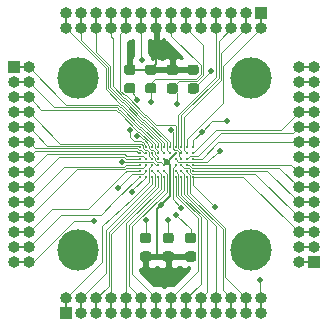
<source format=gbr>
G04 #@! TF.GenerationSoftware,KiCad,Pcbnew,(5.1.10-1-10_14)*
G04 #@! TF.CreationDate,2021-10-21T20:46:12-07:00*
G04 #@! TF.ProjectId,Caravel_breakout,43617261-7665-46c5-9f62-7265616b6f75,rev?*
G04 #@! TF.SameCoordinates,Original*
G04 #@! TF.FileFunction,Copper,L1,Top*
G04 #@! TF.FilePolarity,Positive*
%FSLAX46Y46*%
G04 Gerber Fmt 4.6, Leading zero omitted, Abs format (unit mm)*
G04 Created by KiCad (PCBNEW (5.1.10-1-10_14)) date 2021-10-21 20:46:12*
%MOMM*%
%LPD*%
G01*
G04 APERTURE LIST*
G04 #@! TA.AperFunction,ComponentPad*
%ADD10O,1.000000X1.000000*%
G04 #@! TD*
G04 #@! TA.AperFunction,ComponentPad*
%ADD11R,1.000000X1.000000*%
G04 #@! TD*
G04 #@! TA.AperFunction,SMDPad,CuDef*
%ADD12C,0.190000*%
G04 #@! TD*
G04 #@! TA.AperFunction,ComponentPad*
%ADD13C,3.500000*%
G04 #@! TD*
G04 #@! TA.AperFunction,ViaPad*
%ADD14C,0.500000*%
G04 #@! TD*
G04 #@! TA.AperFunction,Conductor*
%ADD15C,0.152400*%
G04 #@! TD*
G04 #@! TA.AperFunction,Conductor*
%ADD16C,0.101600*%
G04 #@! TD*
G04 #@! TA.AperFunction,Conductor*
%ADD17C,0.254000*%
G04 #@! TD*
G04 #@! TA.AperFunction,Conductor*
%ADD18C,0.100000*%
G04 #@! TD*
G04 APERTURE END LIST*
D10*
X124206000Y-101854000D03*
X122936000Y-101854000D03*
X124206000Y-100584000D03*
X122936000Y-100584000D03*
X124206000Y-99314000D03*
X122936000Y-99314000D03*
X124206000Y-98044000D03*
X122936000Y-98044000D03*
X124206000Y-96774000D03*
X122936000Y-96774000D03*
X124206000Y-95504000D03*
X122936000Y-95504000D03*
X124206000Y-94234000D03*
X122936000Y-94234000D03*
X124206000Y-92964000D03*
X122936000Y-92964000D03*
X124206000Y-91694000D03*
X122936000Y-91694000D03*
X124206000Y-90424000D03*
X122936000Y-90424000D03*
X124206000Y-89154000D03*
X122936000Y-89154000D03*
X124206000Y-87884000D03*
X122936000Y-87884000D03*
X124206000Y-86614000D03*
X122936000Y-86614000D03*
X124206000Y-85344000D03*
D11*
X122936000Y-85344000D03*
D12*
X138140000Y-94595000D03*
X138140000Y-94095000D03*
X138140000Y-93595000D03*
X138140000Y-93095000D03*
X138140000Y-92595000D03*
X138140000Y-92095000D03*
X137640000Y-94595000D03*
X137640000Y-94095000D03*
X137640000Y-93595000D03*
X137640000Y-93095000D03*
X137640000Y-92595000D03*
X137640000Y-92095000D03*
X137140000Y-94595000D03*
X137140000Y-94095000D03*
X137140000Y-93595000D03*
X137140000Y-93095000D03*
X137140000Y-92595000D03*
X137140000Y-92095000D03*
X136640000Y-94595000D03*
X136640000Y-94095000D03*
X136640000Y-93595000D03*
X136640000Y-93095000D03*
X136640000Y-92595000D03*
X136640000Y-92095000D03*
X136140000Y-94595000D03*
X136140000Y-94095000D03*
X136140000Y-93595000D03*
X136140000Y-93095000D03*
X136140000Y-92595000D03*
X136140000Y-92095000D03*
X135640000Y-94595000D03*
X135640000Y-94095000D03*
X135640000Y-93595000D03*
X135640000Y-93095000D03*
X135640000Y-92595000D03*
X135640000Y-92095000D03*
X135140000Y-94595000D03*
X135140000Y-94095000D03*
X135140000Y-93595000D03*
X135140000Y-93095000D03*
X135140000Y-92595000D03*
X135140000Y-92095000D03*
X134640000Y-94595000D03*
X134640000Y-94095000D03*
X134640000Y-93595000D03*
X134640000Y-93095000D03*
X134640000Y-92595000D03*
X134640000Y-92095000D03*
X134140000Y-94595000D03*
X134140000Y-94095000D03*
X134140000Y-93595000D03*
X134140000Y-93095000D03*
X134140000Y-92595000D03*
X134140000Y-92095000D03*
X133640000Y-94595000D03*
X133640000Y-94095000D03*
X133640000Y-93595000D03*
X133640000Y-93095000D03*
X133640000Y-92595000D03*
X133640000Y-92095000D03*
D13*
X128397000Y-86233000D03*
X143002000Y-86233000D03*
X143002000Y-100838000D03*
X128397000Y-100838000D03*
D10*
X147066000Y-85344000D03*
X148336000Y-85344000D03*
X147066000Y-86614000D03*
X148336000Y-86614000D03*
X147066000Y-87884000D03*
X148336000Y-87884000D03*
X147066000Y-89154000D03*
X148336000Y-89154000D03*
X147066000Y-90424000D03*
X148336000Y-90424000D03*
X147066000Y-91694000D03*
X148336000Y-91694000D03*
X147066000Y-92964000D03*
X148336000Y-92964000D03*
X147066000Y-94234000D03*
X148336000Y-94234000D03*
X147066000Y-95504000D03*
X148336000Y-95504000D03*
X147066000Y-96774000D03*
X148336000Y-96774000D03*
X147066000Y-98044000D03*
X148336000Y-98044000D03*
X147066000Y-99314000D03*
X148336000Y-99314000D03*
X147066000Y-100584000D03*
X148336000Y-100584000D03*
X147066000Y-101854000D03*
D11*
X148336000Y-101854000D03*
D10*
X143891000Y-104902000D03*
X143891000Y-106172000D03*
X142621000Y-104902000D03*
X142621000Y-106172000D03*
X141351000Y-104902000D03*
X141351000Y-106172000D03*
X140081000Y-104902000D03*
X140081000Y-106172000D03*
X138811000Y-104902000D03*
X138811000Y-106172000D03*
X137541000Y-104902000D03*
X137541000Y-106172000D03*
X136271000Y-104902000D03*
X136271000Y-106172000D03*
X135001000Y-104902000D03*
X135001000Y-106172000D03*
X133731000Y-104902000D03*
X133731000Y-106172000D03*
X132461000Y-104902000D03*
X132461000Y-106172000D03*
X131191000Y-104902000D03*
X131191000Y-106172000D03*
X129921000Y-104902000D03*
X129921000Y-106172000D03*
X128651000Y-104902000D03*
X128651000Y-106172000D03*
X127381000Y-104902000D03*
D11*
X127381000Y-106172000D03*
D10*
X127381000Y-82042000D03*
X127381000Y-80772000D03*
X128651000Y-82042000D03*
X128651000Y-80772000D03*
X129921000Y-82042000D03*
X129921000Y-80772000D03*
X131191000Y-82042000D03*
X131191000Y-80772000D03*
X132461000Y-82042000D03*
X132461000Y-80772000D03*
X133731000Y-82042000D03*
X133731000Y-80772000D03*
X135001000Y-82042000D03*
X135001000Y-80772000D03*
X136271000Y-82042000D03*
X136271000Y-80772000D03*
X137541000Y-82042000D03*
X137541000Y-80772000D03*
X138811000Y-82042000D03*
X138811000Y-80772000D03*
X140081000Y-82042000D03*
X140081000Y-80772000D03*
X141351000Y-82042000D03*
X141351000Y-80772000D03*
X142621000Y-82042000D03*
X142621000Y-80772000D03*
X143891000Y-82042000D03*
D11*
X143891000Y-80772000D03*
G04 #@! TA.AperFunction,SMDPad,CuDef*
G36*
G01*
X132509550Y-86684600D02*
X133022050Y-86684600D01*
G75*
G02*
X133240800Y-86903350I0J-218750D01*
G01*
X133240800Y-87340850D01*
G75*
G02*
X133022050Y-87559600I-218750J0D01*
G01*
X132509550Y-87559600D01*
G75*
G02*
X132290800Y-87340850I0J218750D01*
G01*
X132290800Y-86903350D01*
G75*
G02*
X132509550Y-86684600I218750J0D01*
G01*
G37*
G04 #@! TD.AperFunction*
G04 #@! TA.AperFunction,SMDPad,CuDef*
G36*
G01*
X132509550Y-85109600D02*
X133022050Y-85109600D01*
G75*
G02*
X133240800Y-85328350I0J-218750D01*
G01*
X133240800Y-85765850D01*
G75*
G02*
X133022050Y-85984600I-218750J0D01*
G01*
X132509550Y-85984600D01*
G75*
G02*
X132290800Y-85765850I0J218750D01*
G01*
X132290800Y-85328350D01*
G75*
G02*
X132509550Y-85109600I218750J0D01*
G01*
G37*
G04 #@! TD.AperFunction*
G04 #@! TA.AperFunction,SMDPad,CuDef*
G36*
G01*
X137665750Y-100934000D02*
X138178250Y-100934000D01*
G75*
G02*
X138397000Y-101152750I0J-218750D01*
G01*
X138397000Y-101590250D01*
G75*
G02*
X138178250Y-101809000I-218750J0D01*
G01*
X137665750Y-101809000D01*
G75*
G02*
X137447000Y-101590250I0J218750D01*
G01*
X137447000Y-101152750D01*
G75*
G02*
X137665750Y-100934000I218750J0D01*
G01*
G37*
G04 #@! TD.AperFunction*
G04 #@! TA.AperFunction,SMDPad,CuDef*
G36*
G01*
X137665750Y-99359000D02*
X138178250Y-99359000D01*
G75*
G02*
X138397000Y-99577750I0J-218750D01*
G01*
X138397000Y-100015250D01*
G75*
G02*
X138178250Y-100234000I-218750J0D01*
G01*
X137665750Y-100234000D01*
G75*
G02*
X137447000Y-100015250I0J218750D01*
G01*
X137447000Y-99577750D01*
G75*
G02*
X137665750Y-99359000I218750J0D01*
G01*
G37*
G04 #@! TD.AperFunction*
G04 #@! TA.AperFunction,SMDPad,CuDef*
G36*
G01*
X136113810Y-86697300D02*
X136626310Y-86697300D01*
G75*
G02*
X136845060Y-86916050I0J-218750D01*
G01*
X136845060Y-87353550D01*
G75*
G02*
X136626310Y-87572300I-218750J0D01*
G01*
X136113810Y-87572300D01*
G75*
G02*
X135895060Y-87353550I0J218750D01*
G01*
X135895060Y-86916050D01*
G75*
G02*
X136113810Y-86697300I218750J0D01*
G01*
G37*
G04 #@! TD.AperFunction*
G04 #@! TA.AperFunction,SMDPad,CuDef*
G36*
G01*
X136113810Y-85122300D02*
X136626310Y-85122300D01*
G75*
G02*
X136845060Y-85341050I0J-218750D01*
G01*
X136845060Y-85778550D01*
G75*
G02*
X136626310Y-85997300I-218750J0D01*
G01*
X136113810Y-85997300D01*
G75*
G02*
X135895060Y-85778550I0J218750D01*
G01*
X135895060Y-85341050D01*
G75*
G02*
X136113810Y-85122300I218750J0D01*
G01*
G37*
G04 #@! TD.AperFunction*
G04 #@! TA.AperFunction,SMDPad,CuDef*
G36*
G01*
X134287550Y-86684600D02*
X134800050Y-86684600D01*
G75*
G02*
X135018800Y-86903350I0J-218750D01*
G01*
X135018800Y-87340850D01*
G75*
G02*
X134800050Y-87559600I-218750J0D01*
G01*
X134287550Y-87559600D01*
G75*
G02*
X134068800Y-87340850I0J218750D01*
G01*
X134068800Y-86903350D01*
G75*
G02*
X134287550Y-86684600I218750J0D01*
G01*
G37*
G04 #@! TD.AperFunction*
G04 #@! TA.AperFunction,SMDPad,CuDef*
G36*
G01*
X134287550Y-85109600D02*
X134800050Y-85109600D01*
G75*
G02*
X135018800Y-85328350I0J-218750D01*
G01*
X135018800Y-85765850D01*
G75*
G02*
X134800050Y-85984600I-218750J0D01*
G01*
X134287550Y-85984600D01*
G75*
G02*
X134068800Y-85765850I0J218750D01*
G01*
X134068800Y-85328350D01*
G75*
G02*
X134287550Y-85109600I218750J0D01*
G01*
G37*
G04 #@! TD.AperFunction*
G04 #@! TA.AperFunction,SMDPad,CuDef*
G36*
G01*
X135760750Y-100934000D02*
X136273250Y-100934000D01*
G75*
G02*
X136492000Y-101152750I0J-218750D01*
G01*
X136492000Y-101590250D01*
G75*
G02*
X136273250Y-101809000I-218750J0D01*
G01*
X135760750Y-101809000D01*
G75*
G02*
X135542000Y-101590250I0J218750D01*
G01*
X135542000Y-101152750D01*
G75*
G02*
X135760750Y-100934000I218750J0D01*
G01*
G37*
G04 #@! TD.AperFunction*
G04 #@! TA.AperFunction,SMDPad,CuDef*
G36*
G01*
X135760750Y-99359000D02*
X136273250Y-99359000D01*
G75*
G02*
X136492000Y-99577750I0J-218750D01*
G01*
X136492000Y-100015250D01*
G75*
G02*
X136273250Y-100234000I-218750J0D01*
G01*
X135760750Y-100234000D01*
G75*
G02*
X135542000Y-100015250I0J218750D01*
G01*
X135542000Y-99577750D01*
G75*
G02*
X135760750Y-99359000I218750J0D01*
G01*
G37*
G04 #@! TD.AperFunction*
G04 #@! TA.AperFunction,SMDPad,CuDef*
G36*
G01*
X137874030Y-86697300D02*
X138386530Y-86697300D01*
G75*
G02*
X138605280Y-86916050I0J-218750D01*
G01*
X138605280Y-87353550D01*
G75*
G02*
X138386530Y-87572300I-218750J0D01*
G01*
X137874030Y-87572300D01*
G75*
G02*
X137655280Y-87353550I0J218750D01*
G01*
X137655280Y-86916050D01*
G75*
G02*
X137874030Y-86697300I218750J0D01*
G01*
G37*
G04 #@! TD.AperFunction*
G04 #@! TA.AperFunction,SMDPad,CuDef*
G36*
G01*
X137874030Y-85122300D02*
X138386530Y-85122300D01*
G75*
G02*
X138605280Y-85341050I0J-218750D01*
G01*
X138605280Y-85778550D01*
G75*
G02*
X138386530Y-85997300I-218750J0D01*
G01*
X137874030Y-85997300D01*
G75*
G02*
X137655280Y-85778550I0J218750D01*
G01*
X137655280Y-85341050D01*
G75*
G02*
X137874030Y-85122300I218750J0D01*
G01*
G37*
G04 #@! TD.AperFunction*
G04 #@! TA.AperFunction,SMDPad,CuDef*
G36*
G01*
X134368250Y-100234000D02*
X133855750Y-100234000D01*
G75*
G02*
X133637000Y-100015250I0J218750D01*
G01*
X133637000Y-99577750D01*
G75*
G02*
X133855750Y-99359000I218750J0D01*
G01*
X134368250Y-99359000D01*
G75*
G02*
X134587000Y-99577750I0J-218750D01*
G01*
X134587000Y-100015250D01*
G75*
G02*
X134368250Y-100234000I-218750J0D01*
G01*
G37*
G04 #@! TD.AperFunction*
G04 #@! TA.AperFunction,SMDPad,CuDef*
G36*
G01*
X134368250Y-101809000D02*
X133855750Y-101809000D01*
G75*
G02*
X133637000Y-101590250I0J218750D01*
G01*
X133637000Y-101152750D01*
G75*
G02*
X133855750Y-100934000I218750J0D01*
G01*
X134368250Y-100934000D01*
G75*
G02*
X134587000Y-101152750I0J-218750D01*
G01*
X134587000Y-101590250D01*
G75*
G02*
X134368250Y-101809000I-218750J0D01*
G01*
G37*
G04 #@! TD.AperFunction*
D14*
X135890000Y-93345000D03*
X135367874Y-97006254D03*
X135001000Y-84503260D03*
X134526020Y-88259920D03*
X133356184Y-91192311D03*
X133383020Y-88089740D03*
X132760652Y-90632348D03*
X132969000Y-95885000D03*
X134112000Y-98298000D03*
X132080000Y-93345000D03*
X136017000Y-98298000D03*
X139646660Y-85674200D03*
X129692400Y-98399600D03*
X131724400Y-95605600D03*
X143764000Y-103378000D03*
X136231918Y-90634828D03*
X140360400Y-92397580D03*
X137073730Y-97216004D03*
X133798130Y-84767420D03*
X136705340Y-97858580D03*
X139964160Y-97142300D03*
X138874500Y-90789760D03*
X136728200Y-88465660D03*
X141010640Y-89903300D03*
D15*
X136016900Y-101422300D02*
X136042400Y-101396800D01*
X124206000Y-90424000D02*
X123138810Y-90424000D01*
X124206000Y-89154000D02*
X123138810Y-89154000D01*
X124206000Y-87884000D02*
X123138810Y-87884000D01*
X124206000Y-86614000D02*
X123138810Y-86614000D01*
X124206000Y-85344000D02*
X123138810Y-85344000D01*
D16*
X124692446Y-85344000D02*
X124206000Y-85344000D01*
D15*
X127381000Y-82042000D02*
X127381000Y-80974810D01*
X128651000Y-82042000D02*
X128651000Y-80974810D01*
D16*
X129921000Y-82042000D02*
X129921000Y-83820000D01*
D15*
X129921000Y-82042000D02*
X129921000Y-80974810D01*
X131191000Y-82042000D02*
X131191000Y-80974810D01*
X132461000Y-82042000D02*
X132461000Y-80974810D01*
X133731000Y-82042000D02*
X133731000Y-80974810D01*
X133731000Y-104902000D02*
X133731000Y-105969190D01*
X135001000Y-82042000D02*
X135001000Y-80974810D01*
X135001000Y-104902000D02*
X135001000Y-105969190D01*
X136271000Y-82042000D02*
X136271000Y-80974810D01*
X136271000Y-104902000D02*
X136271000Y-105969190D01*
X137541000Y-82042000D02*
X137541000Y-80974810D01*
X137541000Y-104902000D02*
X137541000Y-105969190D01*
X143891000Y-82042000D02*
X143891000Y-80974810D01*
X124206000Y-101854000D02*
X123138810Y-101854000D01*
X124206000Y-100584000D02*
X123138810Y-100584000D01*
X124206000Y-99314000D02*
X123138810Y-99314000D01*
X124206000Y-98044000D02*
X123138810Y-98044000D01*
X124206000Y-96774000D02*
X123138810Y-96774000D01*
X124206000Y-95504000D02*
X123138810Y-95504000D01*
X124206000Y-94234000D02*
X123138810Y-94234000D01*
D16*
X132539764Y-94095000D02*
X132400764Y-94234000D01*
X133640000Y-94095000D02*
X132539764Y-94095000D01*
D15*
X124206000Y-92964000D02*
X123138810Y-92964000D01*
X124206000Y-91694000D02*
X123138810Y-91694000D01*
D16*
X133636000Y-93599000D02*
X133640000Y-93595000D01*
D15*
X138811000Y-82042000D02*
X138811000Y-80974810D01*
D16*
X138828828Y-82059828D02*
X138811000Y-82042000D01*
D15*
X140081000Y-82042000D02*
X140081000Y-80974810D01*
X136017000Y-101371500D02*
X137922000Y-101371500D01*
X132765800Y-85547100D02*
X134543800Y-85547100D01*
X136296300Y-85547100D02*
X136321800Y-85572600D01*
X134543800Y-85547100D02*
X136296300Y-85547100D01*
X136321800Y-85572600D02*
X138099800Y-85572600D01*
X135026500Y-101371500D02*
X136017000Y-101371500D01*
X134112000Y-101371500D02*
X135026500Y-101371500D01*
X136140000Y-93595000D02*
X136140000Y-94595000D01*
X135890000Y-93345000D02*
X136080500Y-93154500D01*
D16*
X136140000Y-93095000D02*
X136080500Y-93154500D01*
D15*
X135890000Y-93345000D02*
X135640000Y-93095000D01*
X135890000Y-93345000D02*
X135640000Y-93595000D01*
X135890000Y-93345000D02*
X136140000Y-93595000D01*
D16*
X134640000Y-92595000D02*
X134640000Y-92743062D01*
X134640000Y-92743062D02*
X134889240Y-92992302D01*
X134889240Y-92992302D02*
X134889240Y-93197680D01*
X135039159Y-93347599D02*
X135392599Y-93347599D01*
X134889240Y-93197680D02*
X135039159Y-93347599D01*
X135392599Y-93347599D02*
X135640000Y-93595000D01*
D15*
X136640000Y-92595000D02*
X136140000Y-93095000D01*
X135001000Y-85089900D02*
X134543800Y-85547100D01*
X135001000Y-82042000D02*
X135001000Y-83197700D01*
X136140000Y-94595000D02*
X136140000Y-96234128D01*
X136140000Y-96234128D02*
X135367874Y-97006254D01*
X135026500Y-97347628D02*
X135026500Y-101371500D01*
X135367874Y-97006254D02*
X135026500Y-97347628D01*
X135001000Y-83197700D02*
X135001000Y-84503260D01*
X135001000Y-84503260D02*
X135001000Y-85089900D01*
X141351000Y-82042000D02*
X141351000Y-80974810D01*
X147066000Y-101854000D02*
X148133190Y-101854000D01*
D16*
X134526020Y-87139880D02*
X134543800Y-87122100D01*
X134526020Y-88259920D02*
X134526020Y-87139880D01*
X133927097Y-91441177D02*
X133851194Y-91441177D01*
X133602328Y-91192311D02*
X133356184Y-91192311D01*
X134293823Y-91883805D02*
X134293823Y-91807903D01*
X134293823Y-91807903D02*
X133927097Y-91441177D01*
X134887401Y-92703081D02*
X134887401Y-92490084D01*
X134387401Y-92203083D02*
X134387401Y-91977384D01*
X134887401Y-92490084D02*
X134744916Y-92347599D01*
X134531917Y-92347599D02*
X134387401Y-92203083D01*
X135140000Y-93095000D02*
X135140000Y-92955680D01*
X135140000Y-92955680D02*
X134887401Y-92703081D01*
X134744916Y-92347599D02*
X134531917Y-92347599D01*
X133851194Y-91441177D02*
X133602328Y-91192311D01*
X134387401Y-91977384D02*
X134293823Y-91883805D01*
X134543800Y-86684600D02*
X134886721Y-86341679D01*
X134543800Y-87122100D02*
X134543800Y-86684600D01*
X138757690Y-85187307D02*
X136271000Y-82700617D01*
X134886721Y-86341679D02*
X138348303Y-86341679D01*
X138348303Y-86341679D02*
X138757690Y-85932292D01*
X138757690Y-85932292D02*
X138757690Y-85187307D01*
X136271000Y-82700617D02*
X136271000Y-82042000D01*
D15*
X147066000Y-100584000D02*
X148133190Y-100584000D01*
D16*
X133383020Y-88089740D02*
X132765800Y-87122100D01*
X132760652Y-91227903D02*
X132760652Y-90632348D01*
X134090612Y-91892075D02*
X133842925Y-91644388D01*
X133767024Y-91644388D02*
X133717357Y-91594721D01*
X134090612Y-92045612D02*
X134090612Y-91892075D01*
X133717357Y-91594721D02*
X133127471Y-91594722D01*
X134140000Y-92095000D02*
X134090612Y-92045612D01*
X133842925Y-91644388D02*
X133767024Y-91644388D01*
X133127471Y-91594722D02*
X132760652Y-91227903D01*
D15*
X147066000Y-85344000D02*
X148133190Y-85344000D01*
D16*
X134140000Y-94595000D02*
X132969000Y-95766000D01*
X132969000Y-95766000D02*
X132969000Y-95885000D01*
X134112000Y-98298000D02*
X134112000Y-99796500D01*
D15*
X147066000Y-87884000D02*
X148133190Y-87884000D01*
D16*
X136017000Y-98298000D02*
X136017000Y-99796500D01*
X135140000Y-93595000D02*
X134999177Y-93595000D01*
X134749177Y-93345000D02*
X132080000Y-93345000D01*
X134999177Y-93595000D02*
X134749177Y-93345000D01*
D15*
X147066000Y-99314000D02*
X148133190Y-99314000D01*
D16*
X139646660Y-85674200D02*
X138186060Y-87134800D01*
X138186060Y-87134800D02*
X138130280Y-87134800D01*
X124705999Y-96274001D02*
X124206000Y-96774000D01*
X133640000Y-93595000D02*
X132425556Y-93595000D01*
X127232598Y-93747402D02*
X124705999Y-96274001D01*
X132425556Y-93595000D02*
X132273154Y-93747402D01*
X132273154Y-93747402D02*
X127232598Y-93747402D01*
X134140000Y-93595000D02*
X133887401Y-93847599D01*
X133887401Y-93847599D02*
X132460340Y-93847599D01*
X132460340Y-93847599D02*
X132357326Y-93950613D01*
X132357326Y-93950613D02*
X128299387Y-93950613D01*
X128299387Y-93950613D02*
X124705999Y-97544001D01*
X124705999Y-97544001D02*
X124206000Y-98044000D01*
X132400764Y-94234000D02*
X132400764Y-94243436D01*
X132400764Y-94243436D02*
X129260600Y-97383600D01*
X126136400Y-97383600D02*
X124206000Y-99314000D01*
X129260600Y-97383600D02*
X126136400Y-97383600D01*
X124705999Y-100084001D02*
X124206000Y-100584000D01*
X126956820Y-97833180D02*
X124705999Y-100084001D01*
X130345180Y-97833180D02*
X126956820Y-97833180D01*
X131461000Y-96639650D02*
X130345180Y-97833180D01*
X133505650Y-94595000D02*
X131461000Y-96639650D01*
X133640000Y-94595000D02*
X133505650Y-94595000D01*
X126584746Y-99834700D02*
X126578360Y-99834700D01*
X124559060Y-101854000D02*
X124206000Y-101854000D01*
X126578360Y-99834700D02*
X124559060Y-101854000D01*
X127939800Y-98475800D02*
X126584746Y-99834700D01*
X129692400Y-98399600D02*
X128092200Y-98399600D01*
X134140000Y-94095000D02*
X133892599Y-94342401D01*
X133892599Y-94342401D02*
X132987599Y-94342401D01*
X132987599Y-94342401D02*
X131724400Y-95605600D01*
X127939800Y-98475800D02*
X128016000Y-98399600D01*
X128016000Y-98399600D02*
X128092200Y-98399600D01*
X134387401Y-93867787D02*
X134387401Y-94207519D01*
X134387401Y-93847599D02*
X134387401Y-94128401D01*
X134640000Y-93595000D02*
X134387401Y-93847599D01*
X134387401Y-93976247D02*
X134387401Y-94128401D01*
D15*
X127381000Y-104902000D02*
X127381000Y-105969190D01*
D16*
X130429000Y-101854000D02*
X127381000Y-104902000D01*
X130429000Y-98806000D02*
X130429000Y-101854000D01*
X132937176Y-96512380D02*
X130429000Y-98806000D01*
X134387401Y-95062155D02*
X132937176Y-96512380D01*
X134387401Y-94128401D02*
X134387401Y-95062155D01*
D15*
X128651000Y-104902000D02*
X128651000Y-105969190D01*
D16*
X130784578Y-99085422D02*
X130784578Y-102768422D01*
X134640000Y-95230000D02*
X130784578Y-99085422D01*
X134640000Y-94595000D02*
X134640000Y-95230000D01*
X130784578Y-102768422D02*
X128651000Y-104902000D01*
D15*
X129921000Y-104902000D02*
X129921000Y-105969190D01*
D16*
X134640000Y-94095000D02*
X134887401Y-94342401D01*
X130987789Y-99263211D02*
X130987789Y-103835211D01*
X134887401Y-94342401D02*
X134887401Y-95363599D01*
X134887401Y-95363599D02*
X130987789Y-99263211D01*
X130987789Y-103835211D02*
X129921000Y-104902000D01*
D15*
X131191000Y-104902000D02*
X131191000Y-105969190D01*
D16*
X135140000Y-94595000D02*
X135140000Y-95492000D01*
X131191000Y-99441000D02*
X131191000Y-104902000D01*
X135140000Y-95492000D02*
X131191000Y-99441000D01*
D15*
X132461000Y-104902000D02*
X132461000Y-105969190D01*
D16*
X135387401Y-94342401D02*
X135387401Y-95625599D01*
X135140000Y-94095000D02*
X135387401Y-94342401D01*
X135387401Y-95625599D02*
X132461000Y-98552000D01*
X132461000Y-98552000D02*
X132461000Y-104902000D01*
X135640000Y-94595000D02*
X135640000Y-95754000D01*
X135640000Y-95754000D02*
X132715000Y-98679000D01*
X132715000Y-103886000D02*
X133731000Y-104902000D01*
X132715000Y-98679000D02*
X132715000Y-103886000D01*
X132969000Y-98806000D02*
X132969000Y-102870000D01*
X132969000Y-102870000D02*
X135001000Y-104902000D01*
X135890000Y-95885000D02*
X132969000Y-98806000D01*
X135890000Y-94345000D02*
X135890000Y-95885000D01*
X135640000Y-94095000D02*
X135890000Y-94345000D01*
X136640000Y-94095000D02*
X136775577Y-94230577D01*
D15*
X143891000Y-104902000D02*
X143891000Y-105969190D01*
D16*
X143764000Y-104775000D02*
X143891000Y-104902000D01*
X143764000Y-103378000D02*
X143764000Y-104775000D01*
X136521247Y-92342401D02*
X136392599Y-92213753D01*
X137140000Y-93095000D02*
X136892599Y-92847599D01*
X136892599Y-92847599D02*
X136892599Y-92493761D01*
X136741239Y-92342401D02*
X136521247Y-92342401D01*
X136392599Y-92213753D02*
X136392599Y-90795509D01*
X136392599Y-90795509D02*
X136231918Y-90634828D01*
X136892599Y-92493761D02*
X136741239Y-92342401D01*
X132461000Y-82042000D02*
X131961001Y-82541999D01*
X132355808Y-87712010D02*
X132421090Y-87712010D01*
X132421090Y-87712010D02*
X134076531Y-89367451D01*
X136568294Y-90232418D02*
X136639289Y-90303413D01*
X134076531Y-89367451D02*
X134152441Y-89367457D01*
X131961001Y-87317203D02*
X132355808Y-87712010D01*
X131961001Y-82541999D02*
X131961001Y-87317203D01*
X135017402Y-90232418D02*
X136568294Y-90232418D01*
X136639289Y-92094289D02*
X136640000Y-92095000D01*
X136639289Y-90303413D02*
X136639289Y-92094289D01*
X134152441Y-89367457D02*
X135017402Y-90232418D01*
X136140000Y-92095000D02*
X136140000Y-91642399D01*
X134068256Y-89570655D02*
X133992352Y-89570655D01*
X131191000Y-82749106D02*
X131191000Y-82042000D01*
X133992352Y-89570655D02*
X132336918Y-87915221D01*
X131325639Y-82883745D02*
X131191000Y-82749106D01*
X132271636Y-87915221D02*
X131325639Y-86969224D01*
X131325639Y-86969224D02*
X131325639Y-82883745D01*
X136140000Y-91642399D02*
X134068256Y-89570655D01*
X132336918Y-87915221D02*
X132271636Y-87915221D01*
X131122429Y-85208665D02*
X131122429Y-85211929D01*
X129921000Y-84007236D02*
X131122429Y-85208665D01*
X129921000Y-83820000D02*
X129921000Y-84007236D01*
X136140000Y-92595000D02*
X135892599Y-92347599D01*
X133908186Y-89773871D02*
X132252747Y-88118432D01*
X132187464Y-88118432D02*
X131122429Y-87053397D01*
X132252747Y-88118432D02*
X132187464Y-88118432D01*
X135892599Y-92347599D02*
X135892599Y-91682381D01*
X133984089Y-89773871D02*
X133908186Y-89773871D01*
X131122429Y-87053397D02*
X131122429Y-85208665D01*
X135892599Y-91682381D02*
X133984089Y-89773871D01*
X130919218Y-87137569D02*
X132103292Y-88321643D01*
X132103292Y-88321643D02*
X132168575Y-88321643D01*
X128651000Y-82042000D02*
X128651000Y-83024618D01*
X132168575Y-88321643D02*
X133823991Y-89977059D01*
X130919218Y-85292835D02*
X130919218Y-87137569D01*
X128651000Y-83024618D02*
X130919218Y-85292835D01*
X133823991Y-89977059D02*
X133899894Y-89977059D01*
X133899894Y-89977059D02*
X135640000Y-91717165D01*
X135640000Y-91717165D02*
X135640000Y-92095000D01*
X127381000Y-82042000D02*
X130716007Y-85377007D01*
X135392599Y-92347599D02*
X135640000Y-92595000D01*
X130716007Y-87221741D02*
X132019120Y-88524854D01*
X132084402Y-88524854D02*
X133739841Y-90180293D01*
X132019120Y-88524854D02*
X132084402Y-88524854D01*
X133815745Y-90180293D02*
X135392599Y-91757147D01*
X130716007Y-85377007D02*
X130716007Y-87221741D01*
X133739841Y-90180293D02*
X133815745Y-90180293D01*
X135392599Y-91757147D02*
X135392599Y-92347599D01*
X131731738Y-88524854D02*
X131934948Y-88728065D01*
X133656038Y-90383873D02*
X133731942Y-90383873D01*
X124206000Y-85344000D02*
X127386854Y-88524854D01*
X127386854Y-88524854D02*
X131731738Y-88524854D01*
X133731942Y-90383873D02*
X135140000Y-91791931D01*
X131934948Y-88728065D02*
X132000230Y-88728065D01*
X132000230Y-88728065D02*
X133656038Y-90383873D01*
X135140000Y-91791931D02*
X135140000Y-92095000D01*
X134889240Y-91828554D02*
X134889240Y-92204541D01*
X133649112Y-90588426D02*
X134889240Y-91828554D01*
X124206000Y-86614000D02*
X126320065Y-88728065D01*
X131916058Y-88931276D02*
X133573208Y-90588426D01*
X133573208Y-90588426D02*
X133649112Y-90588426D01*
X131850776Y-88931276D02*
X131916058Y-88931276D01*
X131647566Y-88728065D02*
X131850776Y-88931276D01*
X126320065Y-88728065D02*
X131647566Y-88728065D01*
X134889240Y-92204541D02*
X135140000Y-92455301D01*
X135140000Y-92455301D02*
X135140000Y-92595000D01*
X125270280Y-88948280D02*
X124705999Y-88383999D01*
X134640000Y-91866697D02*
X133566280Y-90792977D01*
X134640000Y-92095000D02*
X134640000Y-91866697D01*
X133566280Y-90792977D02*
X133490376Y-90792977D01*
X131831886Y-89134487D02*
X131766604Y-89134487D01*
X131766604Y-89134487D02*
X131580398Y-88948280D01*
X124705999Y-88383999D02*
X124206000Y-87884000D01*
X131580398Y-88948280D02*
X125270280Y-88948280D01*
X133490376Y-90792977D02*
X131831886Y-89134487D01*
X134640000Y-93095000D02*
X134392599Y-92847599D01*
X126849932Y-91797932D02*
X124705999Y-89653999D01*
X133887401Y-92203461D02*
X133887401Y-91976247D01*
X134031539Y-92347599D02*
X133887401Y-92203461D01*
X133679981Y-91847599D02*
X133630315Y-91797933D01*
X133630315Y-91797933D02*
X126849932Y-91797932D01*
X133758753Y-91847599D02*
X133679981Y-91847599D01*
X134392599Y-92847599D02*
X134392599Y-92495662D01*
X124705999Y-89653999D02*
X124206000Y-89154000D01*
X134392599Y-92495662D02*
X134244537Y-92347599D01*
X134244537Y-92347599D02*
X134031539Y-92347599D01*
X133887401Y-91976247D02*
X133758753Y-91847599D01*
X133546143Y-92001143D02*
X125783143Y-92001143D01*
X124705999Y-90923999D02*
X124206000Y-90424000D01*
X133640000Y-92095000D02*
X133546143Y-92001143D01*
X125783143Y-92001143D02*
X124705999Y-90923999D01*
X124705999Y-92193999D02*
X124206000Y-91694000D01*
X134140000Y-92595000D02*
X133991558Y-92595000D01*
X133744157Y-92347599D02*
X133521247Y-92347599D01*
X133378002Y-92204354D02*
X124716354Y-92204354D01*
X124716354Y-92204354D02*
X124705999Y-92193999D01*
X133521247Y-92347599D02*
X133378002Y-92204354D01*
X133991558Y-92595000D02*
X133744157Y-92347599D01*
X133481265Y-92595000D02*
X133350266Y-92464001D01*
X133640000Y-92595000D02*
X133481265Y-92595000D01*
X133350266Y-92464001D02*
X124705999Y-92464001D01*
X124705999Y-92464001D02*
X124206000Y-92964000D01*
X134140000Y-93095000D02*
X133887401Y-92842401D01*
X125730000Y-92710000D02*
X124206000Y-94234000D01*
X132327938Y-92710000D02*
X125730000Y-92710000D01*
X133887401Y-92842401D02*
X132460339Y-92842401D01*
X132460339Y-92842401D02*
X132327938Y-92710000D01*
X132425556Y-93095000D02*
X132273154Y-92942598D01*
X133640000Y-93095000D02*
X132425556Y-93095000D01*
X126767401Y-92942599D02*
X124206000Y-95504000D01*
X132273154Y-92942598D02*
X126767401Y-92942599D01*
D15*
X142621000Y-82042000D02*
X142621000Y-80974810D01*
D16*
X138140000Y-92595000D02*
X140057000Y-90678000D01*
X145542000Y-90678000D02*
X147066000Y-89154000D01*
X140057000Y-90678000D02*
X145542000Y-90678000D01*
X145835446Y-91694000D02*
X147066000Y-91694000D01*
X140247446Y-91694000D02*
X145835446Y-91694000D01*
X138846446Y-93095000D02*
X140247446Y-91694000D01*
X138140000Y-93095000D02*
X138846446Y-93095000D01*
X146427000Y-93595000D02*
X147066000Y-94234000D01*
X138140000Y-93595000D02*
X146427000Y-93595000D01*
X137640000Y-93095000D02*
X137887401Y-92847599D01*
X137887401Y-92847599D02*
X138546401Y-92847599D01*
X146608790Y-90881210D02*
X147066000Y-90424000D01*
X140512790Y-90881210D02*
X146608790Y-90881210D01*
X138546401Y-92847599D02*
X140512790Y-90881210D01*
D15*
X138811000Y-104902000D02*
X138811000Y-105969190D01*
X140081000Y-104902000D02*
X140081000Y-105969190D01*
X141351000Y-104902000D02*
X141351000Y-105969190D01*
X142621000Y-104902000D02*
X142621000Y-105969190D01*
X147066000Y-89154000D02*
X148133190Y-89154000D01*
X147066000Y-91694000D02*
X148133190Y-91694000D01*
X147066000Y-94234000D02*
X148133190Y-94234000D01*
X147066000Y-96774000D02*
X148133190Y-96774000D01*
D16*
X138140000Y-94095000D02*
X144387000Y-94095000D01*
X144387000Y-94095000D02*
X147066000Y-96774000D01*
D15*
X147066000Y-90424000D02*
X148133190Y-90424000D01*
X147066000Y-95504000D02*
X148133190Y-95504000D01*
D16*
X145404401Y-93842401D02*
X138033701Y-93842401D01*
X147066000Y-95504000D02*
X145404401Y-93842401D01*
X138033701Y-93842401D02*
X137786300Y-93595000D01*
X137786300Y-93595000D02*
X137640000Y-93595000D01*
X140487422Y-86416583D02*
X140487422Y-84175578D01*
X137640000Y-92595000D02*
X137392599Y-92347599D01*
X137392599Y-92347599D02*
X137392599Y-89511406D01*
X137392599Y-89511406D02*
X140487422Y-86416583D01*
X140487422Y-84175578D02*
X142621000Y-82042000D01*
X137640000Y-92095000D02*
X137640000Y-91428704D01*
X137640000Y-91428704D02*
X140690633Y-88378071D01*
X143391001Y-82541999D02*
X143891000Y-82042000D01*
X140690633Y-88378071D02*
X140690633Y-85242367D01*
X140690633Y-85242367D02*
X143391001Y-82541999D01*
D15*
X147066000Y-92964000D02*
X148133190Y-92964000D01*
D16*
X137140000Y-92453780D02*
X136887401Y-92201181D01*
X136842500Y-91931346D02*
X136842500Y-89404802D01*
X137140000Y-92595000D02*
X137140000Y-92453780D01*
X136887401Y-91976247D02*
X136842500Y-91931346D01*
X136887401Y-92201181D02*
X136887401Y-91976247D01*
X140081000Y-86183982D02*
X140081000Y-82042000D01*
X136860180Y-89404802D02*
X140081000Y-86183982D01*
X136842500Y-89404802D02*
X136860180Y-89404802D01*
X137140000Y-92095000D02*
X137140000Y-89412365D01*
X137140000Y-89412365D02*
X140284211Y-86268154D01*
X140284211Y-86268154D02*
X140284211Y-83108789D01*
X140284211Y-83108789D02*
X141351000Y-82042000D01*
D15*
X147066000Y-86614000D02*
X148133190Y-86614000D01*
D16*
X139306359Y-93342401D02*
X136887401Y-93342401D01*
X139646660Y-93002100D02*
X139306359Y-93342401D01*
X136887401Y-93342401D02*
X136640000Y-93095000D01*
X140360400Y-92397580D02*
X139646660Y-93002100D01*
X136640000Y-96211115D02*
X138549409Y-98120524D01*
X136640000Y-94595000D02*
X136640000Y-96211115D01*
X138549409Y-102623591D02*
X136271000Y-104902000D01*
X138549409Y-98120524D02*
X138549409Y-102623591D01*
X138752620Y-103690380D02*
X137541000Y-104902000D01*
X136640000Y-94095000D02*
X136887401Y-94342401D01*
X136887400Y-96171131D02*
X138752620Y-98036351D01*
X138752620Y-98036351D02*
X138752620Y-103690380D01*
X136887401Y-94342401D02*
X136887400Y-96171131D01*
X136640000Y-93595000D02*
X136387401Y-93847599D01*
X136387401Y-93847599D02*
X136387401Y-96529675D01*
X136387401Y-96529675D02*
X137073730Y-97216004D01*
X133731000Y-84700290D02*
X133798130Y-84767420D01*
X133731000Y-82042000D02*
X133731000Y-84700290D01*
X137140000Y-94595000D02*
X137140000Y-96136349D01*
X139310999Y-98307348D02*
X139310999Y-104402001D01*
X139310999Y-104402001D02*
X138811000Y-104902000D01*
X137140000Y-96136349D02*
X139310999Y-98307348D01*
X137140000Y-94095000D02*
X137387401Y-94342401D01*
X137387401Y-96096366D02*
X140081000Y-98789965D01*
X137387401Y-94342401D02*
X137387401Y-96096366D01*
X140081000Y-98789965D02*
X140081000Y-104902000D01*
X140639789Y-99061372D02*
X140639789Y-104190789D01*
X137640000Y-96061583D02*
X140639789Y-99061372D01*
X137640000Y-94595000D02*
X137640000Y-96061583D01*
X140639789Y-104190789D02*
X141351000Y-104902000D01*
X140843000Y-98977199D02*
X140843000Y-103124000D01*
X137640000Y-94095000D02*
X137640000Y-94241922D01*
X137640000Y-94241922D02*
X137887401Y-94489323D01*
X137887401Y-94489323D02*
X137887401Y-96021600D01*
X137887401Y-96021600D02*
X140843000Y-98977199D01*
X140843000Y-103124000D02*
X142621000Y-104902000D01*
D15*
X147066000Y-98044000D02*
X148133190Y-98044000D01*
D16*
X138033059Y-94347599D02*
X143369599Y-94347599D01*
X137891520Y-94206060D02*
X138033059Y-94347599D01*
X137751516Y-93847599D02*
X137891520Y-93987603D01*
X137891520Y-93987603D02*
X137891520Y-94206060D01*
X143369599Y-94347599D02*
X147066000Y-98044000D01*
X137392599Y-93847599D02*
X137751516Y-93847599D01*
X137140000Y-93595000D02*
X137392599Y-93847599D01*
X142347000Y-94595000D02*
X147066000Y-99314000D01*
X138140000Y-94595000D02*
X142347000Y-94595000D01*
X137922000Y-99075240D02*
X136705340Y-97858580D01*
X137922000Y-99796500D02*
X137922000Y-99075240D01*
X138140000Y-95318140D02*
X138140000Y-94595000D01*
X139964160Y-97142300D02*
X138140000Y-95318140D01*
X137541000Y-82042000D02*
X138960901Y-83461901D01*
X136959970Y-86544890D02*
X136370060Y-87134800D01*
X138960901Y-83461901D02*
X138960901Y-86016797D01*
X138960901Y-86016797D02*
X138432808Y-86544890D01*
X138432808Y-86544890D02*
X136959970Y-86544890D01*
X138140000Y-91524260D02*
X138874500Y-90789760D01*
X138140000Y-92095000D02*
X138140000Y-91524260D01*
X136728200Y-87492940D02*
X136370060Y-87134800D01*
X136728200Y-88465660D02*
X136728200Y-87492940D01*
X139760960Y-89903300D02*
X138874500Y-90789760D01*
X141010640Y-89903300D02*
X139760960Y-89903300D01*
D17*
X134239000Y-101244500D02*
X135063250Y-101244500D01*
X135064500Y-101243250D01*
X135065750Y-101244500D01*
X135890000Y-101244500D01*
X135890000Y-101224500D01*
X136144000Y-101224500D01*
X136144000Y-101244500D01*
X136968250Y-101244500D01*
X136969500Y-101243250D01*
X136970750Y-101244500D01*
X137795000Y-101244500D01*
X137795000Y-101224500D01*
X137863610Y-101224500D01*
X137863610Y-101518500D01*
X137795000Y-101518500D01*
X137795000Y-101498500D01*
X136970750Y-101498500D01*
X136969500Y-101499750D01*
X136968250Y-101498500D01*
X136144000Y-101498500D01*
X136144000Y-102285250D01*
X136302750Y-102444000D01*
X136492000Y-102447072D01*
X136616482Y-102434812D01*
X136736180Y-102398502D01*
X136846494Y-102339537D01*
X136943185Y-102260185D01*
X136969500Y-102228120D01*
X136995815Y-102260185D01*
X137092506Y-102339537D01*
X137202820Y-102398502D01*
X137322518Y-102434812D01*
X137447000Y-102447072D01*
X137636250Y-102444000D01*
X137794998Y-102285252D01*
X137794998Y-102408134D01*
X136427282Y-103775850D01*
X136382788Y-103767000D01*
X136159212Y-103767000D01*
X135939933Y-103810617D01*
X135733376Y-103896176D01*
X135636000Y-103961241D01*
X135538624Y-103896176D01*
X135332067Y-103810617D01*
X135112788Y-103767000D01*
X134889212Y-103767000D01*
X134844718Y-103775850D01*
X133654800Y-102585933D01*
X133654800Y-102446783D01*
X133826250Y-102444000D01*
X133985000Y-102285250D01*
X133985000Y-101498500D01*
X134239000Y-101498500D01*
X134239000Y-102285250D01*
X134397750Y-102444000D01*
X134587000Y-102447072D01*
X134711482Y-102434812D01*
X134831180Y-102398502D01*
X134941494Y-102339537D01*
X135038185Y-102260185D01*
X135064500Y-102228120D01*
X135090815Y-102260185D01*
X135187506Y-102339537D01*
X135297820Y-102398502D01*
X135417518Y-102434812D01*
X135542000Y-102447072D01*
X135731250Y-102444000D01*
X135890000Y-102285250D01*
X135890000Y-101498500D01*
X135065750Y-101498500D01*
X135064500Y-101499750D01*
X135063250Y-101498500D01*
X134239000Y-101498500D01*
X133985000Y-101498500D01*
X133965000Y-101498500D01*
X133965000Y-101244500D01*
X133985000Y-101244500D01*
X133985000Y-101224500D01*
X134239000Y-101224500D01*
X134239000Y-101244500D01*
G04 #@! TA.AperFunction,Conductor*
D18*
G36*
X134239000Y-101244500D02*
G01*
X135063250Y-101244500D01*
X135064500Y-101243250D01*
X135065750Y-101244500D01*
X135890000Y-101244500D01*
X135890000Y-101224500D01*
X136144000Y-101224500D01*
X136144000Y-101244500D01*
X136968250Y-101244500D01*
X136969500Y-101243250D01*
X136970750Y-101244500D01*
X137795000Y-101244500D01*
X137795000Y-101224500D01*
X137863610Y-101224500D01*
X137863610Y-101518500D01*
X137795000Y-101518500D01*
X137795000Y-101498500D01*
X136970750Y-101498500D01*
X136969500Y-101499750D01*
X136968250Y-101498500D01*
X136144000Y-101498500D01*
X136144000Y-102285250D01*
X136302750Y-102444000D01*
X136492000Y-102447072D01*
X136616482Y-102434812D01*
X136736180Y-102398502D01*
X136846494Y-102339537D01*
X136943185Y-102260185D01*
X136969500Y-102228120D01*
X136995815Y-102260185D01*
X137092506Y-102339537D01*
X137202820Y-102398502D01*
X137322518Y-102434812D01*
X137447000Y-102447072D01*
X137636250Y-102444000D01*
X137794998Y-102285252D01*
X137794998Y-102408134D01*
X136427282Y-103775850D01*
X136382788Y-103767000D01*
X136159212Y-103767000D01*
X135939933Y-103810617D01*
X135733376Y-103896176D01*
X135636000Y-103961241D01*
X135538624Y-103896176D01*
X135332067Y-103810617D01*
X135112788Y-103767000D01*
X134889212Y-103767000D01*
X134844718Y-103775850D01*
X133654800Y-102585933D01*
X133654800Y-102446783D01*
X133826250Y-102444000D01*
X133985000Y-102285250D01*
X133985000Y-101498500D01*
X134239000Y-101498500D01*
X134239000Y-102285250D01*
X134397750Y-102444000D01*
X134587000Y-102447072D01*
X134711482Y-102434812D01*
X134831180Y-102398502D01*
X134941494Y-102339537D01*
X135038185Y-102260185D01*
X135064500Y-102228120D01*
X135090815Y-102260185D01*
X135187506Y-102339537D01*
X135297820Y-102398502D01*
X135417518Y-102434812D01*
X135542000Y-102447072D01*
X135731250Y-102444000D01*
X135890000Y-102285250D01*
X135890000Y-101498500D01*
X135065750Y-101498500D01*
X135064500Y-101499750D01*
X135063250Y-101498500D01*
X134239000Y-101498500D01*
X133985000Y-101498500D01*
X133965000Y-101498500D01*
X133965000Y-101244500D01*
X133985000Y-101244500D01*
X133985000Y-101224500D01*
X134239000Y-101224500D01*
X134239000Y-101244500D01*
G37*
G04 #@! TD.AperFunction*
D17*
X135128000Y-81915000D02*
X135139026Y-81915000D01*
X135136000Y-81930212D01*
X135136000Y-82153788D01*
X135139026Y-82169000D01*
X135128000Y-82169000D01*
X135128000Y-83009954D01*
X135302874Y-83136119D01*
X135357864Y-83119446D01*
X135561206Y-83029123D01*
X135631342Y-82979647D01*
X135648738Y-82991271D01*
X135698019Y-83083469D01*
X135783720Y-83187896D01*
X135809887Y-83209371D01*
X137183925Y-84583409D01*
X137089240Y-84532798D01*
X136969542Y-84496488D01*
X136845060Y-84484228D01*
X136655810Y-84487300D01*
X136497060Y-84646050D01*
X136497060Y-85432800D01*
X138003280Y-85432800D01*
X138003280Y-85412800D01*
X138013316Y-85412800D01*
X138071890Y-85471374D01*
X138071890Y-85648226D01*
X138064236Y-85655879D01*
X134920410Y-85655879D01*
X134886721Y-85652561D01*
X134752280Y-85665802D01*
X134724925Y-85674100D01*
X134670800Y-85674100D01*
X134670800Y-85690519D01*
X134658995Y-85694100D01*
X134416800Y-85694100D01*
X134416800Y-85674100D01*
X134396800Y-85674100D01*
X134396800Y-85420329D01*
X134397029Y-85420100D01*
X134416800Y-85420100D01*
X134416800Y-85400329D01*
X134417029Y-85400100D01*
X134670800Y-85400100D01*
X134670800Y-85420100D01*
X135406110Y-85420100D01*
X135418810Y-85432800D01*
X136243060Y-85432800D01*
X136243060Y-84646050D01*
X136084310Y-84487300D01*
X135895060Y-84484228D01*
X135770578Y-84496488D01*
X135650880Y-84532798D01*
X135540566Y-84591763D01*
X135464668Y-84654051D01*
X135373294Y-84579063D01*
X135262980Y-84520098D01*
X135143282Y-84483788D01*
X135018800Y-84471528D01*
X134829550Y-84474600D01*
X134673302Y-84630848D01*
X134670802Y-84618279D01*
X134670802Y-84474600D01*
X134634757Y-84474600D01*
X134582407Y-84348215D01*
X134485554Y-84203265D01*
X134416800Y-84134511D01*
X134416800Y-83012197D01*
X134440794Y-83029123D01*
X134644136Y-83119446D01*
X134699126Y-83136119D01*
X134874000Y-83009954D01*
X134874000Y-82169000D01*
X134862974Y-82169000D01*
X134866000Y-82153788D01*
X134866000Y-81930212D01*
X134862974Y-81915000D01*
X134874000Y-81915000D01*
X134874000Y-81895000D01*
X135128000Y-81895000D01*
X135128000Y-81915000D01*
G04 #@! TA.AperFunction,Conductor*
D18*
G36*
X135128000Y-81915000D02*
G01*
X135139026Y-81915000D01*
X135136000Y-81930212D01*
X135136000Y-82153788D01*
X135139026Y-82169000D01*
X135128000Y-82169000D01*
X135128000Y-83009954D01*
X135302874Y-83136119D01*
X135357864Y-83119446D01*
X135561206Y-83029123D01*
X135631342Y-82979647D01*
X135648738Y-82991271D01*
X135698019Y-83083469D01*
X135783720Y-83187896D01*
X135809887Y-83209371D01*
X137183925Y-84583409D01*
X137089240Y-84532798D01*
X136969542Y-84496488D01*
X136845060Y-84484228D01*
X136655810Y-84487300D01*
X136497060Y-84646050D01*
X136497060Y-85432800D01*
X138003280Y-85432800D01*
X138003280Y-85412800D01*
X138013316Y-85412800D01*
X138071890Y-85471374D01*
X138071890Y-85648226D01*
X138064236Y-85655879D01*
X134920410Y-85655879D01*
X134886721Y-85652561D01*
X134752280Y-85665802D01*
X134724925Y-85674100D01*
X134670800Y-85674100D01*
X134670800Y-85690519D01*
X134658995Y-85694100D01*
X134416800Y-85694100D01*
X134416800Y-85674100D01*
X134396800Y-85674100D01*
X134396800Y-85420329D01*
X134397029Y-85420100D01*
X134416800Y-85420100D01*
X134416800Y-85400329D01*
X134417029Y-85400100D01*
X134670800Y-85400100D01*
X134670800Y-85420100D01*
X135406110Y-85420100D01*
X135418810Y-85432800D01*
X136243060Y-85432800D01*
X136243060Y-84646050D01*
X136084310Y-84487300D01*
X135895060Y-84484228D01*
X135770578Y-84496488D01*
X135650880Y-84532798D01*
X135540566Y-84591763D01*
X135464668Y-84654051D01*
X135373294Y-84579063D01*
X135262980Y-84520098D01*
X135143282Y-84483788D01*
X135018800Y-84471528D01*
X134829550Y-84474600D01*
X134673302Y-84630848D01*
X134670802Y-84618279D01*
X134670802Y-84474600D01*
X134634757Y-84474600D01*
X134582407Y-84348215D01*
X134485554Y-84203265D01*
X134416800Y-84134511D01*
X134416800Y-83012197D01*
X134440794Y-83029123D01*
X134644136Y-83119446D01*
X134699126Y-83136119D01*
X134874000Y-83009954D01*
X134874000Y-82169000D01*
X134862974Y-82169000D01*
X134866000Y-82153788D01*
X134866000Y-81930212D01*
X134862974Y-81915000D01*
X134874000Y-81915000D01*
X134874000Y-81895000D01*
X135128000Y-81895000D01*
X135128000Y-81915000D01*
G37*
G04 #@! TD.AperFunction*
D17*
X133045201Y-84301300D02*
X133013853Y-84348215D01*
X132947140Y-84509275D01*
X132929825Y-84596325D01*
X132892800Y-84633350D01*
X132892800Y-85420100D01*
X132912800Y-85420100D01*
X132912800Y-85674100D01*
X132892800Y-85674100D01*
X132892800Y-85694100D01*
X132646801Y-85694100D01*
X132646801Y-83162278D01*
X132792067Y-83133383D01*
X132998624Y-83047824D01*
X133045200Y-83016703D01*
X133045201Y-84301300D01*
G04 #@! TA.AperFunction,Conductor*
D18*
G36*
X133045201Y-84301300D02*
G01*
X133013853Y-84348215D01*
X132947140Y-84509275D01*
X132929825Y-84596325D01*
X132892800Y-84633350D01*
X132892800Y-85420100D01*
X132912800Y-85420100D01*
X132912800Y-85674100D01*
X132892800Y-85674100D01*
X132892800Y-85694100D01*
X132646801Y-85694100D01*
X132646801Y-83162278D01*
X132792067Y-83133383D01*
X132998624Y-83047824D01*
X133045200Y-83016703D01*
X133045201Y-84301300D01*
G37*
G04 #@! TD.AperFunction*
D17*
X138938000Y-81915000D02*
X138949026Y-81915000D01*
X138946000Y-81930212D01*
X138946000Y-82153788D01*
X138949026Y-82169000D01*
X138938000Y-82169000D01*
X138938000Y-82189000D01*
X138684000Y-82189000D01*
X138684000Y-82169000D01*
X138672974Y-82169000D01*
X138676000Y-82153788D01*
X138676000Y-81930212D01*
X138672974Y-81915000D01*
X138684000Y-81915000D01*
X138684000Y-81895000D01*
X138938000Y-81895000D01*
X138938000Y-81915000D01*
G04 #@! TA.AperFunction,Conductor*
D18*
G36*
X138938000Y-81915000D02*
G01*
X138949026Y-81915000D01*
X138946000Y-81930212D01*
X138946000Y-82153788D01*
X138949026Y-82169000D01*
X138938000Y-82169000D01*
X138938000Y-82189000D01*
X138684000Y-82189000D01*
X138684000Y-82169000D01*
X138672974Y-82169000D01*
X138676000Y-82153788D01*
X138676000Y-81930212D01*
X138672974Y-81915000D01*
X138684000Y-81915000D01*
X138684000Y-81895000D01*
X138938000Y-81895000D01*
X138938000Y-81915000D01*
G37*
G04 #@! TD.AperFunction*
M02*

</source>
